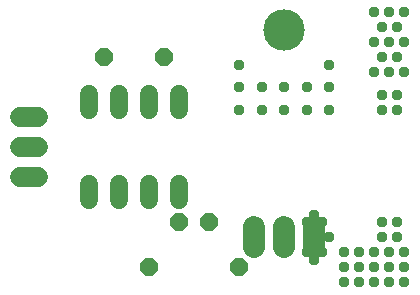
<source format=gbr>
G04 EAGLE Gerber RS-274X export*
G75*
%MOMM*%
%FSLAX34Y34*%
%LPD*%
%INSoldermask Bottom*%
%IPPOS*%
%AMOC8*
5,1,8,0,0,1.08239X$1,22.5*%
G01*
%ADD10P,1.649562X8X202.500000*%
%ADD11P,1.649562X8X22.500000*%
%ADD12C,1.524000*%
%ADD13C,1.727200*%
%ADD14C,1.879600*%
%ADD15C,3.505200*%
%ADD16C,0.959600*%


D10*
X190500Y406400D03*
X139700Y406400D03*
D11*
X203200Y266700D03*
X228600Y266700D03*
D12*
X203200Y361696D02*
X203200Y374904D01*
X177800Y374904D02*
X177800Y361696D01*
X177800Y298704D02*
X177800Y285496D01*
X203200Y285496D02*
X203200Y298704D01*
X152400Y361696D02*
X152400Y374904D01*
X127000Y374904D02*
X127000Y361696D01*
X152400Y298704D02*
X152400Y285496D01*
X127000Y285496D02*
X127000Y298704D01*
D13*
X83820Y355600D02*
X68580Y355600D01*
X68580Y330200D02*
X83820Y330200D01*
X83820Y304800D02*
X68580Y304800D01*
D14*
X266700Y262382D02*
X266700Y245618D01*
X292100Y245618D02*
X292100Y262382D01*
X317500Y262382D02*
X317500Y245618D01*
D15*
X292100Y429260D03*
D11*
X177800Y228600D03*
X254000Y228600D03*
D16*
X342900Y241300D03*
X342900Y228600D03*
X355600Y241300D03*
X355600Y228600D03*
X368300Y241300D03*
X368300Y228600D03*
X381000Y241300D03*
X381000Y228600D03*
X393700Y241300D03*
X393700Y228600D03*
X393700Y215900D03*
X381000Y215900D03*
X368300Y215900D03*
X355600Y215900D03*
X342900Y215900D03*
X323850Y266700D03*
X311150Y266700D03*
X311150Y241300D03*
X323850Y241300D03*
X330200Y254000D03*
X317500Y273050D03*
X317500Y234950D03*
X374650Y254000D03*
X387350Y254000D03*
X387350Y266700D03*
X374650Y266700D03*
X393700Y444500D03*
X381000Y444500D03*
X368300Y444500D03*
X374650Y431800D03*
X387350Y431800D03*
X393700Y419100D03*
X381000Y419100D03*
X368300Y419100D03*
X374650Y406400D03*
X387350Y406400D03*
X393700Y393700D03*
X381000Y393700D03*
X368300Y393700D03*
X254000Y381000D03*
X273050Y381000D03*
X292100Y381000D03*
X311150Y381000D03*
X330200Y381000D03*
X254000Y361950D03*
X273050Y361950D03*
X292100Y361950D03*
X311150Y361950D03*
X330200Y361950D03*
X330200Y400050D03*
X254000Y400050D03*
X374650Y374650D03*
X387350Y374650D03*
X387350Y361950D03*
X374650Y361950D03*
M02*

</source>
